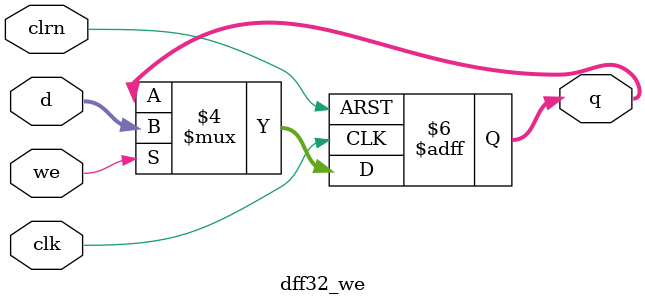
<source format=v>
`timescale 1ns / 1ps


// Company: 

// Engineer: 

// 

// Create Date:    10:42:44 03/18/2013 

// Design Name: 

// Module Name:    dff32 

// Project Name: 

// Target Devices: 

// Tool versions: 

// Description: 

//

// Dependencies: 

//

// Revision: 

// Revision 0.01 - File Created

// Additional Comments: 

//

//////////////////////////////////////////////////////////////////////////////////

module dff32_we(d,we,clk,clrn,q

    );

	 input [31:0] d;

	 input clk,clrn;

     input we;

	 output [31:0] q;

    reg [31:0] q;

    always @ (negedge clrn or posedge clk)

	 if(clrn==0)

	     begin

		      q<=0;

		  end

    else if(we!=0)

        begin		      

		      q<=d;

		end	 

endmodule
</source>
